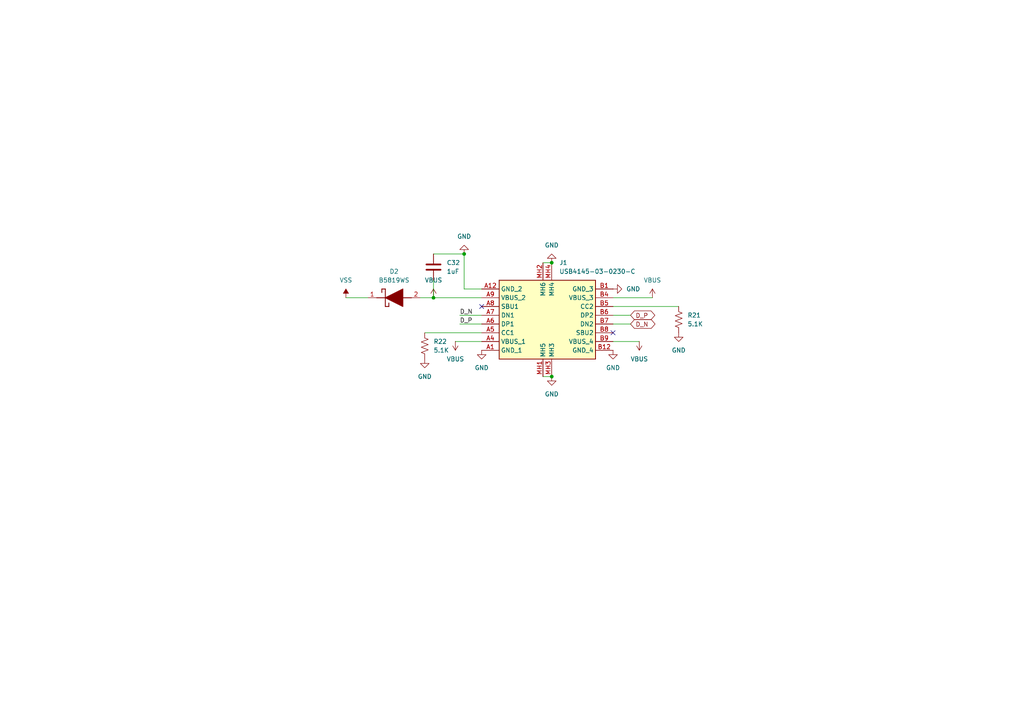
<source format=kicad_sch>
(kicad_sch
	(version 20231120)
	(generator "eeschema")
	(generator_version "8.0")
	(uuid "4394ea08-ffcd-4791-98bc-7bd1b8986527")
	(paper "A4")
	(lib_symbols
		(symbol "B5819WS:B5819WS"
			(pin_names hide)
			(exclude_from_sim no)
			(in_bom yes)
			(on_board yes)
			(property "Reference" "D"
				(at 12.7 8.89 0)
				(effects
					(font
						(size 1.27 1.27)
					)
					(justify left top)
				)
			)
			(property "Value" "B5819WS"
				(at 12.7 6.35 0)
				(effects
					(font
						(size 1.27 1.27)
					)
					(justify left top)
				)
			)
			(property "Footprint" "SOD2613X100N"
				(at 12.7 -93.65 0)
				(effects
					(font
						(size 1.27 1.27)
					)
					(justify left top)
					(hide yes)
				)
			)
			(property "Datasheet" "https://datasheet.lcsc.com/szlcsc/1903051130_MDD-Jiangsu-Yutai-Elec-B5819WS_C64886.pdf"
				(at 12.7 -193.65 0)
				(effects
					(font
						(size 1.27 1.27)
					)
					(justify left top)
					(hide yes)
				)
			)
			(property "Description" "Schottky Barrier Diodes (SBD) SOD-323 RoHS"
				(at 0 0 0)
				(effects
					(font
						(size 1.27 1.27)
					)
					(hide yes)
				)
			)
			(property "Height" "1"
				(at 12.7 -393.65 0)
				(effects
					(font
						(size 1.27 1.27)
					)
					(justify left top)
					(hide yes)
				)
			)
			(property "Manufacturer_Name" "MDD"
				(at 12.7 -493.65 0)
				(effects
					(font
						(size 1.27 1.27)
					)
					(justify left top)
					(hide yes)
				)
			)
			(property "Manufacturer_Part_Number" "B5819WS"
				(at 12.7 -593.65 0)
				(effects
					(font
						(size 1.27 1.27)
					)
					(justify left top)
					(hide yes)
				)
			)
			(property "Mouser Part Number" ""
				(at 12.7 -693.65 0)
				(effects
					(font
						(size 1.27 1.27)
					)
					(justify left top)
					(hide yes)
				)
			)
			(property "Mouser Price/Stock" ""
				(at 12.7 -793.65 0)
				(effects
					(font
						(size 1.27 1.27)
					)
					(justify left top)
					(hide yes)
				)
			)
			(property "Arrow Part Number" ""
				(at 12.7 -893.65 0)
				(effects
					(font
						(size 1.27 1.27)
					)
					(justify left top)
					(hide yes)
				)
			)
			(property "Arrow Price/Stock" ""
				(at 12.7 -993.65 0)
				(effects
					(font
						(size 1.27 1.27)
					)
					(justify left top)
					(hide yes)
				)
			)
			(symbol "B5819WS_1_1"
				(polyline
					(pts
						(xy 5.08 0) (xy 7.62 0)
					)
					(stroke
						(width 0.254)
						(type default)
					)
					(fill
						(type none)
					)
				)
				(polyline
					(pts
						(xy 6.604 -1.524) (xy 6.604 -2.54)
					)
					(stroke
						(width 0.254)
						(type default)
					)
					(fill
						(type none)
					)
				)
				(polyline
					(pts
						(xy 7.62 -2.54) (xy 6.604 -2.54)
					)
					(stroke
						(width 0.254)
						(type default)
					)
					(fill
						(type none)
					)
				)
				(polyline
					(pts
						(xy 7.62 2.54) (xy 7.62 -2.54)
					)
					(stroke
						(width 0.254)
						(type default)
					)
					(fill
						(type none)
					)
				)
				(polyline
					(pts
						(xy 7.62 2.54) (xy 8.636 2.54)
					)
					(stroke
						(width 0.254)
						(type default)
					)
					(fill
						(type none)
					)
				)
				(polyline
					(pts
						(xy 8.636 1.524) (xy 8.636 2.54)
					)
					(stroke
						(width 0.254)
						(type default)
					)
					(fill
						(type none)
					)
				)
				(polyline
					(pts
						(xy 12.7 0) (xy 15.24 0)
					)
					(stroke
						(width 0.254)
						(type default)
					)
					(fill
						(type none)
					)
				)
				(polyline
					(pts
						(xy 7.62 0) (xy 12.7 2.54) (xy 12.7 -2.54) (xy 7.62 0)
					)
					(stroke
						(width 0.254)
						(type default)
					)
					(fill
						(type outline)
					)
				)
				(pin passive line
					(at 2.54 0 0)
					(length 2.54)
					(name "K"
						(effects
							(font
								(size 1.27 1.27)
							)
						)
					)
					(number "1"
						(effects
							(font
								(size 1.27 1.27)
							)
						)
					)
				)
				(pin passive line
					(at 17.78 0 180)
					(length 2.54)
					(name "A"
						(effects
							(font
								(size 1.27 1.27)
							)
						)
					)
					(number "2"
						(effects
							(font
								(size 1.27 1.27)
							)
						)
					)
				)
			)
		)
		(symbol "Device:C"
			(pin_numbers hide)
			(pin_names
				(offset 0.254)
			)
			(exclude_from_sim no)
			(in_bom yes)
			(on_board yes)
			(property "Reference" "C"
				(at 0.635 2.54 0)
				(effects
					(font
						(size 1.27 1.27)
					)
					(justify left)
				)
			)
			(property "Value" "C"
				(at 0.635 -2.54 0)
				(effects
					(font
						(size 1.27 1.27)
					)
					(justify left)
				)
			)
			(property "Footprint" ""
				(at 0.9652 -3.81 0)
				(effects
					(font
						(size 1.27 1.27)
					)
					(hide yes)
				)
			)
			(property "Datasheet" "~"
				(at 0 0 0)
				(effects
					(font
						(size 1.27 1.27)
					)
					(hide yes)
				)
			)
			(property "Description" "Unpolarized capacitor"
				(at 0 0 0)
				(effects
					(font
						(size 1.27 1.27)
					)
					(hide yes)
				)
			)
			(property "ki_keywords" "cap capacitor"
				(at 0 0 0)
				(effects
					(font
						(size 1.27 1.27)
					)
					(hide yes)
				)
			)
			(property "ki_fp_filters" "C_*"
				(at 0 0 0)
				(effects
					(font
						(size 1.27 1.27)
					)
					(hide yes)
				)
			)
			(symbol "C_0_1"
				(polyline
					(pts
						(xy -2.032 -0.762) (xy 2.032 -0.762)
					)
					(stroke
						(width 0.508)
						(type default)
					)
					(fill
						(type none)
					)
				)
				(polyline
					(pts
						(xy -2.032 0.762) (xy 2.032 0.762)
					)
					(stroke
						(width 0.508)
						(type default)
					)
					(fill
						(type none)
					)
				)
			)
			(symbol "C_1_1"
				(pin passive line
					(at 0 3.81 270)
					(length 2.794)
					(name "~"
						(effects
							(font
								(size 1.27 1.27)
							)
						)
					)
					(number "1"
						(effects
							(font
								(size 1.27 1.27)
							)
						)
					)
				)
				(pin passive line
					(at 0 -3.81 90)
					(length 2.794)
					(name "~"
						(effects
							(font
								(size 1.27 1.27)
							)
						)
					)
					(number "2"
						(effects
							(font
								(size 1.27 1.27)
							)
						)
					)
				)
			)
		)
		(symbol "Device:R_US"
			(pin_numbers hide)
			(pin_names
				(offset 0)
			)
			(exclude_from_sim no)
			(in_bom yes)
			(on_board yes)
			(property "Reference" "R"
				(at 2.54 0 90)
				(effects
					(font
						(size 1.27 1.27)
					)
				)
			)
			(property "Value" "R_US"
				(at -2.54 0 90)
				(effects
					(font
						(size 1.27 1.27)
					)
				)
			)
			(property "Footprint" ""
				(at 1.016 -0.254 90)
				(effects
					(font
						(size 1.27 1.27)
					)
					(hide yes)
				)
			)
			(property "Datasheet" "~"
				(at 0 0 0)
				(effects
					(font
						(size 1.27 1.27)
					)
					(hide yes)
				)
			)
			(property "Description" "Resistor, US symbol"
				(at 0 0 0)
				(effects
					(font
						(size 1.27 1.27)
					)
					(hide yes)
				)
			)
			(property "ki_keywords" "R res resistor"
				(at 0 0 0)
				(effects
					(font
						(size 1.27 1.27)
					)
					(hide yes)
				)
			)
			(property "ki_fp_filters" "R_*"
				(at 0 0 0)
				(effects
					(font
						(size 1.27 1.27)
					)
					(hide yes)
				)
			)
			(symbol "R_US_0_1"
				(polyline
					(pts
						(xy 0 -2.286) (xy 0 -2.54)
					)
					(stroke
						(width 0)
						(type default)
					)
					(fill
						(type none)
					)
				)
				(polyline
					(pts
						(xy 0 2.286) (xy 0 2.54)
					)
					(stroke
						(width 0)
						(type default)
					)
					(fill
						(type none)
					)
				)
				(polyline
					(pts
						(xy 0 -0.762) (xy 1.016 -1.143) (xy 0 -1.524) (xy -1.016 -1.905) (xy 0 -2.286)
					)
					(stroke
						(width 0)
						(type default)
					)
					(fill
						(type none)
					)
				)
				(polyline
					(pts
						(xy 0 0.762) (xy 1.016 0.381) (xy 0 0) (xy -1.016 -0.381) (xy 0 -0.762)
					)
					(stroke
						(width 0)
						(type default)
					)
					(fill
						(type none)
					)
				)
				(polyline
					(pts
						(xy 0 2.286) (xy 1.016 1.905) (xy 0 1.524) (xy -1.016 1.143) (xy 0 0.762)
					)
					(stroke
						(width 0)
						(type default)
					)
					(fill
						(type none)
					)
				)
			)
			(symbol "R_US_1_1"
				(pin passive line
					(at 0 3.81 270)
					(length 1.27)
					(name "~"
						(effects
							(font
								(size 1.27 1.27)
							)
						)
					)
					(number "1"
						(effects
							(font
								(size 1.27 1.27)
							)
						)
					)
				)
				(pin passive line
					(at 0 -3.81 90)
					(length 1.27)
					(name "~"
						(effects
							(font
								(size 1.27 1.27)
							)
						)
					)
					(number "2"
						(effects
							(font
								(size 1.27 1.27)
							)
						)
					)
				)
			)
		)
		(symbol "USB4145-03-0230-C:USB4145-03-0230-C"
			(exclude_from_sim no)
			(in_bom yes)
			(on_board yes)
			(property "Reference" "J"
				(at 29.21 17.78 0)
				(effects
					(font
						(size 1.27 1.27)
					)
					(justify left top)
				)
			)
			(property "Value" "USB4145-03-0230-C"
				(at 29.21 15.24 0)
				(effects
					(font
						(size 1.27 1.27)
					)
					(justify left top)
				)
			)
			(property "Footprint" "USB4145030230C"
				(at 29.21 -84.76 0)
				(effects
					(font
						(size 1.27 1.27)
					)
					(justify left top)
					(hide yes)
				)
			)
			(property "Datasheet" "https://gct.co/newark/connector/USB4145"
				(at 29.21 -184.76 0)
				(effects
					(font
						(size 1.27 1.27)
					)
					(justify left top)
					(hide yes)
				)
			)
			(property "Description" "USB Connectors USB-C Rec 3u\" Vert 16P SMT 2.3mm TH stakes H7.46mm T+R+Cap"
				(at 0 0 0)
				(effects
					(font
						(size 1.27 1.27)
					)
					(hide yes)
				)
			)
			(property "Height" "7.66"
				(at 29.21 -384.76 0)
				(effects
					(font
						(size 1.27 1.27)
					)
					(justify left top)
					(hide yes)
				)
			)
			(property "Manufacturer_Name" "GCT (GLOBAL CONNECTOR TECHNOLOGY)"
				(at 29.21 -484.76 0)
				(effects
					(font
						(size 1.27 1.27)
					)
					(justify left top)
					(hide yes)
				)
			)
			(property "Manufacturer_Part_Number" "USB4145-03-0230-C"
				(at 29.21 -584.76 0)
				(effects
					(font
						(size 1.27 1.27)
					)
					(justify left top)
					(hide yes)
				)
			)
			(property "Mouser Part Number" "640-USB4145-3-0230-C"
				(at 29.21 -684.76 0)
				(effects
					(font
						(size 1.27 1.27)
					)
					(justify left top)
					(hide yes)
				)
			)
			(property "Mouser Price/Stock" "https://www.mouser.co.uk/ProductDetail/GCT/USB4145-03-0230-C?qs=vvQtp7zwQdObw3D6iVsXIA%3D%3D"
				(at 29.21 -784.76 0)
				(effects
					(font
						(size 1.27 1.27)
					)
					(justify left top)
					(hide yes)
				)
			)
			(property "Arrow Part Number" ""
				(at 29.21 -884.76 0)
				(effects
					(font
						(size 1.27 1.27)
					)
					(justify left top)
					(hide yes)
				)
			)
			(property "Arrow Price/Stock" ""
				(at 29.21 -984.76 0)
				(effects
					(font
						(size 1.27 1.27)
					)
					(justify left top)
					(hide yes)
				)
			)
			(symbol "USB4145-03-0230-C_1_1"
				(rectangle
					(start 5.08 12.7)
					(end 27.94 -15.24)
					(stroke
						(width 0.254)
						(type default)
					)
					(fill
						(type background)
					)
				)
				(pin passive line
					(at 7.62 17.78 270)
					(length 5.08)
					(name "GND_1"
						(effects
							(font
								(size 1.27 1.27)
							)
						)
					)
					(number "A1"
						(effects
							(font
								(size 1.27 1.27)
							)
						)
					)
				)
				(pin passive line
					(at 25.4 17.78 270)
					(length 5.08)
					(name "GND_2"
						(effects
							(font
								(size 1.27 1.27)
							)
						)
					)
					(number "A12"
						(effects
							(font
								(size 1.27 1.27)
							)
						)
					)
				)
				(pin passive line
					(at 10.16 17.78 270)
					(length 5.08)
					(name "VBUS_1"
						(effects
							(font
								(size 1.27 1.27)
							)
						)
					)
					(number "A4"
						(effects
							(font
								(size 1.27 1.27)
							)
						)
					)
				)
				(pin passive line
					(at 12.7 17.78 270)
					(length 5.08)
					(name "CC1"
						(effects
							(font
								(size 1.27 1.27)
							)
						)
					)
					(number "A5"
						(effects
							(font
								(size 1.27 1.27)
							)
						)
					)
				)
				(pin passive line
					(at 15.24 17.78 270)
					(length 5.08)
					(name "DP1"
						(effects
							(font
								(size 1.27 1.27)
							)
						)
					)
					(number "A6"
						(effects
							(font
								(size 1.27 1.27)
							)
						)
					)
				)
				(pin passive line
					(at 17.78 17.78 270)
					(length 5.08)
					(name "DN1"
						(effects
							(font
								(size 1.27 1.27)
							)
						)
					)
					(number "A7"
						(effects
							(font
								(size 1.27 1.27)
							)
						)
					)
				)
				(pin passive line
					(at 20.32 17.78 270)
					(length 5.08)
					(name "SBU1"
						(effects
							(font
								(size 1.27 1.27)
							)
						)
					)
					(number "A8"
						(effects
							(font
								(size 1.27 1.27)
							)
						)
					)
				)
				(pin passive line
					(at 22.86 17.78 270)
					(length 5.08)
					(name "VBUS_2"
						(effects
							(font
								(size 1.27 1.27)
							)
						)
					)
					(number "A9"
						(effects
							(font
								(size 1.27 1.27)
							)
						)
					)
				)
				(pin passive line
					(at 25.4 -20.32 90)
					(length 5.08)
					(name "GND_3"
						(effects
							(font
								(size 1.27 1.27)
							)
						)
					)
					(number "B1"
						(effects
							(font
								(size 1.27 1.27)
							)
						)
					)
				)
				(pin passive line
					(at 7.62 -20.32 90)
					(length 5.08)
					(name "GND_4"
						(effects
							(font
								(size 1.27 1.27)
							)
						)
					)
					(number "B12"
						(effects
							(font
								(size 1.27 1.27)
							)
						)
					)
				)
				(pin passive line
					(at 22.86 -20.32 90)
					(length 5.08)
					(name "VBUS_3"
						(effects
							(font
								(size 1.27 1.27)
							)
						)
					)
					(number "B4"
						(effects
							(font
								(size 1.27 1.27)
							)
						)
					)
				)
				(pin passive line
					(at 20.32 -20.32 90)
					(length 5.08)
					(name "CC2"
						(effects
							(font
								(size 1.27 1.27)
							)
						)
					)
					(number "B5"
						(effects
							(font
								(size 1.27 1.27)
							)
						)
					)
				)
				(pin passive line
					(at 17.78 -20.32 90)
					(length 5.08)
					(name "DP2"
						(effects
							(font
								(size 1.27 1.27)
							)
						)
					)
					(number "B6"
						(effects
							(font
								(size 1.27 1.27)
							)
						)
					)
				)
				(pin passive line
					(at 15.24 -20.32 90)
					(length 5.08)
					(name "DN2"
						(effects
							(font
								(size 1.27 1.27)
							)
						)
					)
					(number "B7"
						(effects
							(font
								(size 1.27 1.27)
							)
						)
					)
				)
				(pin passive line
					(at 12.7 -20.32 90)
					(length 5.08)
					(name "SBU2"
						(effects
							(font
								(size 1.27 1.27)
							)
						)
					)
					(number "B8"
						(effects
							(font
								(size 1.27 1.27)
							)
						)
					)
				)
				(pin passive line
					(at 10.16 -20.32 90)
					(length 5.08)
					(name "VBUS_4"
						(effects
							(font
								(size 1.27 1.27)
							)
						)
					)
					(number "B9"
						(effects
							(font
								(size 1.27 1.27)
							)
						)
					)
				)
				(pin passive line
					(at 0 0 0)
					(length 5.08)
					(name "MH5"
						(effects
							(font
								(size 1.27 1.27)
							)
						)
					)
					(number "MH1"
						(effects
							(font
								(size 1.27 1.27)
							)
						)
					)
				)
				(pin passive line
					(at 33.02 0 180)
					(length 5.08)
					(name "MH6"
						(effects
							(font
								(size 1.27 1.27)
							)
						)
					)
					(number "MH2"
						(effects
							(font
								(size 1.27 1.27)
							)
						)
					)
				)
				(pin passive line
					(at 0 -2.54 0)
					(length 5.08)
					(name "MH3"
						(effects
							(font
								(size 1.27 1.27)
							)
						)
					)
					(number "MH3"
						(effects
							(font
								(size 1.27 1.27)
							)
						)
					)
				)
				(pin passive line
					(at 33.02 -2.54 180)
					(length 5.08)
					(name "MH4"
						(effects
							(font
								(size 1.27 1.27)
							)
						)
					)
					(number "MH4"
						(effects
							(font
								(size 1.27 1.27)
							)
						)
					)
				)
			)
		)
		(symbol "power:GND"
			(power)
			(pin_numbers hide)
			(pin_names
				(offset 0) hide)
			(exclude_from_sim no)
			(in_bom yes)
			(on_board yes)
			(property "Reference" "#PWR"
				(at 0 -6.35 0)
				(effects
					(font
						(size 1.27 1.27)
					)
					(hide yes)
				)
			)
			(property "Value" "GND"
				(at 0 -3.81 0)
				(effects
					(font
						(size 1.27 1.27)
					)
				)
			)
			(property "Footprint" ""
				(at 0 0 0)
				(effects
					(font
						(size 1.27 1.27)
					)
					(hide yes)
				)
			)
			(property "Datasheet" ""
				(at 0 0 0)
				(effects
					(font
						(size 1.27 1.27)
					)
					(hide yes)
				)
			)
			(property "Description" "Power symbol creates a global label with name \"GND\" , ground"
				(at 0 0 0)
				(effects
					(font
						(size 1.27 1.27)
					)
					(hide yes)
				)
			)
			(property "ki_keywords" "global power"
				(at 0 0 0)
				(effects
					(font
						(size 1.27 1.27)
					)
					(hide yes)
				)
			)
			(symbol "GND_0_1"
				(polyline
					(pts
						(xy 0 0) (xy 0 -1.27) (xy 1.27 -1.27) (xy 0 -2.54) (xy -1.27 -1.27) (xy 0 -1.27)
					)
					(stroke
						(width 0)
						(type default)
					)
					(fill
						(type none)
					)
				)
			)
			(symbol "GND_1_1"
				(pin power_in line
					(at 0 0 270)
					(length 0)
					(name "~"
						(effects
							(font
								(size 1.27 1.27)
							)
						)
					)
					(number "1"
						(effects
							(font
								(size 1.27 1.27)
							)
						)
					)
				)
			)
		)
		(symbol "power:VBUS"
			(power)
			(pin_numbers hide)
			(pin_names
				(offset 0) hide)
			(exclude_from_sim no)
			(in_bom yes)
			(on_board yes)
			(property "Reference" "#PWR"
				(at 0 -3.81 0)
				(effects
					(font
						(size 1.27 1.27)
					)
					(hide yes)
				)
			)
			(property "Value" "VBUS"
				(at 0 3.556 0)
				(effects
					(font
						(size 1.27 1.27)
					)
				)
			)
			(property "Footprint" ""
				(at 0 0 0)
				(effects
					(font
						(size 1.27 1.27)
					)
					(hide yes)
				)
			)
			(property "Datasheet" ""
				(at 0 0 0)
				(effects
					(font
						(size 1.27 1.27)
					)
					(hide yes)
				)
			)
			(property "Description" "Power symbol creates a global label with name \"VBUS\""
				(at 0 0 0)
				(effects
					(font
						(size 1.27 1.27)
					)
					(hide yes)
				)
			)
			(property "ki_keywords" "global power"
				(at 0 0 0)
				(effects
					(font
						(size 1.27 1.27)
					)
					(hide yes)
				)
			)
			(symbol "VBUS_0_1"
				(polyline
					(pts
						(xy -0.762 1.27) (xy 0 2.54)
					)
					(stroke
						(width 0)
						(type default)
					)
					(fill
						(type none)
					)
				)
				(polyline
					(pts
						(xy 0 0) (xy 0 2.54)
					)
					(stroke
						(width 0)
						(type default)
					)
					(fill
						(type none)
					)
				)
				(polyline
					(pts
						(xy 0 2.54) (xy 0.762 1.27)
					)
					(stroke
						(width 0)
						(type default)
					)
					(fill
						(type none)
					)
				)
			)
			(symbol "VBUS_1_1"
				(pin power_in line
					(at 0 0 90)
					(length 0)
					(name "~"
						(effects
							(font
								(size 1.27 1.27)
							)
						)
					)
					(number "1"
						(effects
							(font
								(size 1.27 1.27)
							)
						)
					)
				)
			)
		)
		(symbol "power:VSS"
			(power)
			(pin_numbers hide)
			(pin_names
				(offset 0) hide)
			(exclude_from_sim no)
			(in_bom yes)
			(on_board yes)
			(property "Reference" "#PWR"
				(at 0 -3.81 0)
				(effects
					(font
						(size 1.27 1.27)
					)
					(hide yes)
				)
			)
			(property "Value" "VSS"
				(at 0 3.556 0)
				(effects
					(font
						(size 1.27 1.27)
					)
				)
			)
			(property "Footprint" ""
				(at 0 0 0)
				(effects
					(font
						(size 1.27 1.27)
					)
					(hide yes)
				)
			)
			(property "Datasheet" ""
				(at 0 0 0)
				(effects
					(font
						(size 1.27 1.27)
					)
					(hide yes)
				)
			)
			(property "Description" "Power symbol creates a global label with name \"VSS\""
				(at 0 0 0)
				(effects
					(font
						(size 1.27 1.27)
					)
					(hide yes)
				)
			)
			(property "ki_keywords" "global power"
				(at 0 0 0)
				(effects
					(font
						(size 1.27 1.27)
					)
					(hide yes)
				)
			)
			(symbol "VSS_0_1"
				(polyline
					(pts
						(xy 0 0) (xy 0 2.54)
					)
					(stroke
						(width 0)
						(type default)
					)
					(fill
						(type none)
					)
				)
				(polyline
					(pts
						(xy 0.762 1.27) (xy -0.762 1.27) (xy 0 2.54) (xy 0.762 1.27)
					)
					(stroke
						(width 0)
						(type default)
					)
					(fill
						(type outline)
					)
				)
			)
			(symbol "VSS_1_1"
				(pin power_in line
					(at 0 0 90)
					(length 0)
					(name "~"
						(effects
							(font
								(size 1.27 1.27)
							)
						)
					)
					(number "1"
						(effects
							(font
								(size 1.27 1.27)
							)
						)
					)
				)
			)
		)
	)
	(junction
		(at 125.73 86.36)
		(diameter 0)
		(color 0 0 0 0)
		(uuid "4ed23711-1d75-4207-8741-d9e2ae14bad9")
	)
	(junction
		(at 160.02 76.2)
		(diameter 0)
		(color 0 0 0 0)
		(uuid "9700bb97-2ea9-4e88-870a-28aa8dd6e573")
	)
	(junction
		(at 160.02 109.22)
		(diameter 0)
		(color 0 0 0 0)
		(uuid "a51871a1-0f86-4146-8ba7-038634c9e130")
	)
	(junction
		(at 134.62 73.66)
		(diameter 0)
		(color 0 0 0 0)
		(uuid "bf379906-bbfe-4c7c-801b-6ed6e8154a2f")
	)
	(no_connect
		(at 177.8 96.52)
		(uuid "c533c149-d5f2-4ed7-8e25-bb2267734586")
	)
	(no_connect
		(at 139.7 88.9)
		(uuid "ea1beafd-33ef-44fd-b73b-5bb00881b070")
	)
	(wire
		(pts
			(xy 177.8 88.9) (xy 196.85 88.9)
		)
		(stroke
			(width 0)
			(type default)
		)
		(uuid "160cffee-7dd5-4b2d-8f92-763cba62a8ec")
	)
	(wire
		(pts
			(xy 125.73 73.66) (xy 134.62 73.66)
		)
		(stroke
			(width 0)
			(type default)
		)
		(uuid "275f5203-0c14-49a5-aa58-f689df6d8bcd")
	)
	(wire
		(pts
			(xy 157.48 109.22) (xy 160.02 109.22)
		)
		(stroke
			(width 0)
			(type default)
		)
		(uuid "27be2b2f-f80d-48ac-b7e4-0ae793478cac")
	)
	(wire
		(pts
			(xy 134.62 83.82) (xy 134.62 73.66)
		)
		(stroke
			(width 0)
			(type default)
		)
		(uuid "2b617137-4642-4bbf-b218-e806192e8341")
	)
	(wire
		(pts
			(xy 125.73 86.36) (xy 125.73 81.28)
		)
		(stroke
			(width 0)
			(type default)
		)
		(uuid "2dd6c54b-4c35-4210-a849-9cc8a6b48c02")
	)
	(wire
		(pts
			(xy 139.7 83.82) (xy 134.62 83.82)
		)
		(stroke
			(width 0)
			(type default)
		)
		(uuid "36c709b3-856a-4c98-817c-26a358d3071e")
	)
	(wire
		(pts
			(xy 100.33 86.36) (xy 106.68 86.36)
		)
		(stroke
			(width 0)
			(type default)
		)
		(uuid "5b6d62f5-36b9-4b80-b2e1-9c84fd2535a3")
	)
	(wire
		(pts
			(xy 133.35 93.98) (xy 139.7 93.98)
		)
		(stroke
			(width 0)
			(type default)
		)
		(uuid "5b8f6d42-73f4-46c3-afbd-54a3c643ea5a")
	)
	(wire
		(pts
			(xy 139.7 99.06) (xy 132.08 99.06)
		)
		(stroke
			(width 0)
			(type default)
		)
		(uuid "803c9f3b-c37d-4497-a408-29fa67578fe9")
	)
	(wire
		(pts
			(xy 123.19 96.52) (xy 139.7 96.52)
		)
		(stroke
			(width 0)
			(type default)
		)
		(uuid "96a2c872-f516-47b9-a00b-b32657dd54d5")
	)
	(wire
		(pts
			(xy 177.8 86.36) (xy 189.23 86.36)
		)
		(stroke
			(width 0)
			(type default)
		)
		(uuid "99e201d9-b696-4a1e-8122-42086b8a9a97")
	)
	(wire
		(pts
			(xy 182.88 91.44) (xy 177.8 91.44)
		)
		(stroke
			(width 0)
			(type default)
		)
		(uuid "a04233c8-77e3-4081-9a75-813e99679a52")
	)
	(wire
		(pts
			(xy 121.92 86.36) (xy 125.73 86.36)
		)
		(stroke
			(width 0)
			(type default)
		)
		(uuid "a70ed668-5b2f-460b-96f9-d4bfffcb0964")
	)
	(wire
		(pts
			(xy 185.42 99.06) (xy 177.8 99.06)
		)
		(stroke
			(width 0)
			(type default)
		)
		(uuid "b6161b5a-97ac-4ed5-835a-5344bfe3f658")
	)
	(wire
		(pts
			(xy 157.48 76.2) (xy 160.02 76.2)
		)
		(stroke
			(width 0)
			(type default)
		)
		(uuid "bdef2d87-d0e6-4681-bb2a-6c2e2a855d83")
	)
	(wire
		(pts
			(xy 125.73 86.36) (xy 139.7 86.36)
		)
		(stroke
			(width 0)
			(type default)
		)
		(uuid "c87804f7-ea3b-4d4e-9b98-4e9be00aadbf")
	)
	(wire
		(pts
			(xy 133.35 91.44) (xy 139.7 91.44)
		)
		(stroke
			(width 0)
			(type default)
		)
		(uuid "da47f938-0509-4da8-9dff-006602c0dc4a")
	)
	(wire
		(pts
			(xy 177.8 93.98) (xy 182.88 93.98)
		)
		(stroke
			(width 0)
			(type default)
		)
		(uuid "e2111900-0008-4dc0-a476-323a91d213e1")
	)
	(label "D_N"
		(at 133.35 91.44 0)
		(fields_autoplaced yes)
		(effects
			(font
				(size 1.27 1.27)
			)
			(justify left bottom)
		)
		(uuid "2f1ae800-cb54-43df-b76d-7b18b771dce9")
	)
	(label "D_P"
		(at 133.35 93.98 0)
		(fields_autoplaced yes)
		(effects
			(font
				(size 1.27 1.27)
			)
			(justify left bottom)
		)
		(uuid "9748fcc6-1fae-4a92-9f39-215207ee31bd")
	)
	(global_label "D_P"
		(shape bidirectional)
		(at 182.88 91.44 0)
		(fields_autoplaced yes)
		(effects
			(font
				(size 1.27 1.27)
			)
			(justify left)
		)
		(uuid "7f6f8e47-61e8-430b-867b-75802f132c67")
		(property "Intersheetrefs" "${INTERSHEET_REFS}"
			(at 190.4841 91.44 0)
			(effects
				(font
					(size 1.27 1.27)
				)
				(justify left)
				(hide yes)
			)
		)
	)
	(global_label "D_N"
		(shape bidirectional)
		(at 182.88 93.98 0)
		(fields_autoplaced yes)
		(effects
			(font
				(size 1.27 1.27)
			)
			(justify left)
		)
		(uuid "a96197c2-da9f-4576-8d5d-1dfc3cc88970")
		(property "Intersheetrefs" "${INTERSHEET_REFS}"
			(at 190.5446 93.98 0)
			(effects
				(font
					(size 1.27 1.27)
				)
				(justify left)
				(hide yes)
			)
		)
	)
	(symbol
		(lib_id "power:VBUS")
		(at 189.23 86.36 0)
		(unit 1)
		(exclude_from_sim no)
		(in_bom yes)
		(on_board yes)
		(dnp no)
		(fields_autoplaced yes)
		(uuid "03ed22df-eeaf-4edc-91c8-f35c2c9d79b7")
		(property "Reference" "#PWR061"
			(at 189.23 90.17 0)
			(effects
				(font
					(size 1.27 1.27)
				)
				(hide yes)
			)
		)
		(property "Value" "VBUS"
			(at 189.23 81.28 0)
			(effects
				(font
					(size 1.27 1.27)
				)
			)
		)
		(property "Footprint" ""
			(at 189.23 86.36 0)
			(effects
				(font
					(size 1.27 1.27)
				)
				(hide yes)
			)
		)
		(property "Datasheet" ""
			(at 189.23 86.36 0)
			(effects
				(font
					(size 1.27 1.27)
				)
				(hide yes)
			)
		)
		(property "Description" "Power symbol creates a global label with name \"VBUS\""
			(at 189.23 86.36 0)
			(effects
				(font
					(size 1.27 1.27)
				)
				(hide yes)
			)
		)
		(pin "1"
			(uuid "bc142aff-09f4-4c32-a22c-205646ec1e21")
		)
		(instances
			(project ""
				(path "/e4d3289e-0ccf-4dc8-988c-0c08b099df28/a2a44a57-4e17-47f8-9b1b-8873705ce893"
					(reference "#PWR061")
					(unit 1)
				)
			)
		)
	)
	(symbol
		(lib_id "power:GND")
		(at 196.85 96.52 0)
		(unit 1)
		(exclude_from_sim no)
		(in_bom yes)
		(on_board yes)
		(dnp no)
		(fields_autoplaced yes)
		(uuid "123de7c4-3d67-4c47-ad87-8ee3d43e0ed3")
		(property "Reference" "#PWR041"
			(at 196.85 102.87 0)
			(effects
				(font
					(size 1.27 1.27)
				)
				(hide yes)
			)
		)
		(property "Value" "GND"
			(at 196.85 101.6 0)
			(effects
				(font
					(size 1.27 1.27)
				)
			)
		)
		(property "Footprint" ""
			(at 196.85 96.52 0)
			(effects
				(font
					(size 1.27 1.27)
				)
				(hide yes)
			)
		)
		(property "Datasheet" ""
			(at 196.85 96.52 0)
			(effects
				(font
					(size 1.27 1.27)
				)
				(hide yes)
			)
		)
		(property "Description" "Power symbol creates a global label with name \"GND\" , ground"
			(at 196.85 96.52 0)
			(effects
				(font
					(size 1.27 1.27)
				)
				(hide yes)
			)
		)
		(pin "1"
			(uuid "b7183cf8-fae4-4e02-8b28-9bb163ac347b")
		)
		(instances
			(project ""
				(path "/e4d3289e-0ccf-4dc8-988c-0c08b099df28/a2a44a57-4e17-47f8-9b1b-8873705ce893"
					(reference "#PWR041")
					(unit 1)
				)
			)
		)
	)
	(symbol
		(lib_id "power:VBUS")
		(at 125.73 86.36 0)
		(unit 1)
		(exclude_from_sim no)
		(in_bom yes)
		(on_board yes)
		(dnp no)
		(fields_autoplaced yes)
		(uuid "401132c6-b6f4-4a9f-817e-bfd0124e4cc5")
		(property "Reference" "#PWR037"
			(at 125.73 90.17 0)
			(effects
				(font
					(size 1.27 1.27)
				)
				(hide yes)
			)
		)
		(property "Value" "VBUS"
			(at 125.73 81.28 0)
			(effects
				(font
					(size 1.27 1.27)
				)
			)
		)
		(property "Footprint" ""
			(at 125.73 86.36 0)
			(effects
				(font
					(size 1.27 1.27)
				)
				(hide yes)
			)
		)
		(property "Datasheet" ""
			(at 125.73 86.36 0)
			(effects
				(font
					(size 1.27 1.27)
				)
				(hide yes)
			)
		)
		(property "Description" "Power symbol creates a global label with name \"VBUS\""
			(at 125.73 86.36 0)
			(effects
				(font
					(size 1.27 1.27)
				)
				(hide yes)
			)
		)
		(pin "1"
			(uuid "704ee0f8-117d-477a-b4e3-cceb3b6b0291")
		)
		(instances
			(project ""
				(path "/e4d3289e-0ccf-4dc8-988c-0c08b099df28/a2a44a57-4e17-47f8-9b1b-8873705ce893"
					(reference "#PWR037")
					(unit 1)
				)
			)
		)
	)
	(symbol
		(lib_id "USB4145-03-0230-C:USB4145-03-0230-C")
		(at 157.48 109.22 90)
		(unit 1)
		(exclude_from_sim no)
		(in_bom yes)
		(on_board yes)
		(dnp no)
		(fields_autoplaced yes)
		(uuid "453038ac-98a7-4774-8db7-e5b799fb87c5")
		(property "Reference" "J1"
			(at 162.2141 76.2 90)
			(effects
				(font
					(size 1.27 1.27)
				)
				(justify right)
			)
		)
		(property "Value" "USB4145-03-0230-C"
			(at 162.2141 78.74 90)
			(effects
				(font
					(size 1.27 1.27)
				)
				(justify right)
			)
		)
		(property "Footprint" "USB4145030230C"
			(at 242.24 80.01 0)
			(effects
				(font
					(size 1.27 1.27)
				)
				(justify left top)
				(hide yes)
			)
		)
		(property "Datasheet" "https://gct.co/newark/connector/USB4145"
			(at 342.24 80.01 0)
			(effects
				(font
					(size 1.27 1.27)
				)
				(justify left top)
				(hide yes)
			)
		)
		(property "Description" "USB Connectors USB-C Rec 3u\" Vert 16P SMT 2.3mm TH stakes H7.46mm T+R+Cap"
			(at 157.48 109.22 0)
			(effects
				(font
					(size 1.27 1.27)
				)
				(hide yes)
			)
		)
		(property "Height" "7.66"
			(at 542.24 80.01 0)
			(effects
				(font
					(size 1.27 1.27)
				)
				(justify left top)
				(hide yes)
			)
		)
		(property "Manufacturer_Name" "GCT (GLOBAL CONNECTOR TECHNOLOGY)"
			(at 642.24 80.01 0)
			(effects
				(font
					(size 1.27 1.27)
				)
				(justify left top)
				(hide yes)
			)
		)
		(property "Manufacturer_Part_Number" "USB4145-03-0230-C"
			(at 742.24 80.01 0)
			(effects
				(font
					(size 1.27 1.27)
				)
				(justify left top)
				(hide yes)
			)
		)
		(property "Mouser Part Number" "640-USB4145-3-0230-C"
			(at 842.24 80.01 0)
			(effects
				(font
					(size 1.27 1.27)
				)
				(justify left top)
				(hide yes)
			)
		)
		(property "Mouser Price/Stock" "https://www.mouser.co.uk/ProductDetail/GCT/USB4145-03-0230-C?qs=vvQtp7zwQdObw3D6iVsXIA%3D%3D"
			(at 942.24 80.01 0)
			(effects
				(font
					(size 1.27 1.27)
				)
				(justify left top)
				(hide yes)
			)
		)
		(property "Arrow Part Number" ""
			(at 1042.24 80.01 0)
			(effects
				(font
					(size 1.27 1.27)
				)
				(justify left top)
				(hide yes)
			)
		)
		(property "Arrow Price/Stock" ""
			(at 1142.24 80.01 0)
			(effects
				(font
					(size 1.27 1.27)
				)
				(justify left top)
				(hide yes)
			)
		)
		(pin "B4"
			(uuid "9e61af0d-90ab-4b2b-a84d-843a3048eaea")
		)
		(pin "A9"
			(uuid "1e817e54-35c4-4626-900a-25e33e95dde9")
		)
		(pin "MH2"
			(uuid "05675ad1-98c8-44ba-ad4f-08bce56aee34")
		)
		(pin "A5"
			(uuid "47030ca6-7e78-4313-8dfb-abb5acedc925")
		)
		(pin "A6"
			(uuid "68af51eb-7811-4548-8b52-c6d552cc2ca5")
		)
		(pin "B5"
			(uuid "be57899c-35e0-40fe-9012-a9c0b64a13ec")
		)
		(pin "A7"
			(uuid "b74098a1-57d7-4170-828c-7068038b7d2f")
		)
		(pin "B7"
			(uuid "b29abb23-ba08-4c9c-807f-89e53fbd7025")
		)
		(pin "MH3"
			(uuid "ebda3abc-7607-41e8-895b-4f0de4794f37")
		)
		(pin "A4"
			(uuid "68a80997-3cdf-4421-874d-0e35a2fffef7")
		)
		(pin "MH4"
			(uuid "bb6091bb-6d6a-4d9b-b85f-d022e9721772")
		)
		(pin "A1"
			(uuid "9e0aad82-383d-4f80-b1af-dec6c8dd4b91")
		)
		(pin "MH1"
			(uuid "f25bfaf7-579f-4d86-b183-880da56c45d3")
		)
		(pin "B9"
			(uuid "9eba87b8-724c-47ca-80bb-4082edd30e4f")
		)
		(pin "B1"
			(uuid "5884b955-1f37-48b4-87ca-54b0baed1c6c")
		)
		(pin "A12"
			(uuid "54ed8776-c14e-4a6a-a6fc-340a98467d69")
		)
		(pin "B6"
			(uuid "4bb50cb3-5130-43f6-9eab-44accf2a7c88")
		)
		(pin "B8"
			(uuid "089b6919-a38a-4499-b92d-054992b991fa")
		)
		(pin "A8"
			(uuid "10907476-46bb-45c8-89fb-3c89bc2a4c1f")
		)
		(pin "B12"
			(uuid "620bd09f-f9d6-41b9-b134-461932214b5c")
		)
		(instances
			(project ""
				(path "/e4d3289e-0ccf-4dc8-988c-0c08b099df28/a2a44a57-4e17-47f8-9b1b-8873705ce893"
					(reference "J1")
					(unit 1)
				)
			)
		)
	)
	(symbol
		(lib_id "power:GND")
		(at 134.62 73.66 180)
		(unit 1)
		(exclude_from_sim no)
		(in_bom yes)
		(on_board yes)
		(dnp no)
		(fields_autoplaced yes)
		(uuid "4a4d3ed8-c275-4f74-92a5-02bd6d64fee5")
		(property "Reference" "#PWR040"
			(at 134.62 67.31 0)
			(effects
				(font
					(size 1.27 1.27)
				)
				(hide yes)
			)
		)
		(property "Value" "GND"
			(at 134.62 68.58 0)
			(effects
				(font
					(size 1.27 1.27)
				)
			)
		)
		(property "Footprint" ""
			(at 134.62 73.66 0)
			(effects
				(font
					(size 1.27 1.27)
				)
				(hide yes)
			)
		)
		(property "Datasheet" ""
			(at 134.62 73.66 0)
			(effects
				(font
					(size 1.27 1.27)
				)
				(hide yes)
			)
		)
		(property "Description" "Power symbol creates a global label with name \"GND\" , ground"
			(at 134.62 73.66 0)
			(effects
				(font
					(size 1.27 1.27)
				)
				(hide yes)
			)
		)
		(pin "1"
			(uuid "aaff8c7c-d3f0-46e0-884c-fd05698765dc")
		)
		(instances
			(project ""
				(path "/e4d3289e-0ccf-4dc8-988c-0c08b099df28/a2a44a57-4e17-47f8-9b1b-8873705ce893"
					(reference "#PWR040")
					(unit 1)
				)
			)
		)
	)
	(symbol
		(lib_id "power:GND")
		(at 177.8 83.82 90)
		(unit 1)
		(exclude_from_sim no)
		(in_bom yes)
		(on_board yes)
		(dnp no)
		(fields_autoplaced yes)
		(uuid "4fa58107-33f1-4e7a-b9b3-95df83f3cc0e")
		(property "Reference" "#PWR043"
			(at 184.15 83.82 0)
			(effects
				(font
					(size 1.27 1.27)
				)
				(hide yes)
			)
		)
		(property "Value" "GND"
			(at 181.61 83.8199 90)
			(effects
				(font
					(size 1.27 1.27)
				)
				(justify right)
			)
		)
		(property "Footprint" ""
			(at 177.8 83.82 0)
			(effects
				(font
					(size 1.27 1.27)
				)
				(hide yes)
			)
		)
		(property "Datasheet" ""
			(at 177.8 83.82 0)
			(effects
				(font
					(size 1.27 1.27)
				)
				(hide yes)
			)
		)
		(property "Description" "Power symbol creates a global label with name \"GND\" , ground"
			(at 177.8 83.82 0)
			(effects
				(font
					(size 1.27 1.27)
				)
				(hide yes)
			)
		)
		(pin "1"
			(uuid "131b9a99-3d8b-4154-879b-e4b95693a6d8")
		)
		(instances
			(project ""
				(path "/e4d3289e-0ccf-4dc8-988c-0c08b099df28/a2a44a57-4e17-47f8-9b1b-8873705ce893"
					(reference "#PWR043")
					(unit 1)
				)
			)
		)
	)
	(symbol
		(lib_id "power:VBUS")
		(at 132.08 99.06 0)
		(mirror x)
		(unit 1)
		(exclude_from_sim no)
		(in_bom yes)
		(on_board yes)
		(dnp no)
		(fields_autoplaced yes)
		(uuid "5bcdbc36-9c43-434f-8172-63cf96016b70")
		(property "Reference" "#PWR039"
			(at 132.08 95.25 0)
			(effects
				(font
					(size 1.27 1.27)
				)
				(hide yes)
			)
		)
		(property "Value" "VBUS"
			(at 132.08 104.14 0)
			(effects
				(font
					(size 1.27 1.27)
				)
			)
		)
		(property "Footprint" ""
			(at 132.08 99.06 0)
			(effects
				(font
					(size 1.27 1.27)
				)
				(hide yes)
			)
		)
		(property "Datasheet" ""
			(at 132.08 99.06 0)
			(effects
				(font
					(size 1.27 1.27)
				)
				(hide yes)
			)
		)
		(property "Description" "Power symbol creates a global label with name \"VBUS\""
			(at 132.08 99.06 0)
			(effects
				(font
					(size 1.27 1.27)
				)
				(hide yes)
			)
		)
		(pin "1"
			(uuid "27d3da7e-9943-4660-b60c-07ad5978bb0e")
		)
		(instances
			(project ""
				(path "/e4d3289e-0ccf-4dc8-988c-0c08b099df28/a2a44a57-4e17-47f8-9b1b-8873705ce893"
					(reference "#PWR039")
					(unit 1)
				)
			)
		)
	)
	(symbol
		(lib_id "Device:R_US")
		(at 123.19 100.33 0)
		(unit 1)
		(exclude_from_sim no)
		(in_bom yes)
		(on_board yes)
		(dnp no)
		(fields_autoplaced yes)
		(uuid "634a5f7f-1b69-45c7-8d1b-66cab0efc559")
		(property "Reference" "R22"
			(at 125.73 99.0599 0)
			(effects
				(font
					(size 1.27 1.27)
				)
				(justify left)
			)
		)
		(property "Value" "5.1K"
			(at 125.73 101.5999 0)
			(effects
				(font
					(size 1.27 1.27)
				)
				(justify left)
			)
		)
		(property "Footprint" "Capacitor_SMD:C_0603_1608Metric"
			(at 124.206 100.584 90)
			(effects
				(font
					(size 1.27 1.27)
				)
				(hide yes)
			)
		)
		(property "Datasheet" "~"
			(at 123.19 100.33 0)
			(effects
				(font
					(size 1.27 1.27)
				)
				(hide yes)
			)
		)
		(property "Description" "Resistor, US symbol"
			(at 123.19 100.33 0)
			(effects
				(font
					(size 1.27 1.27)
				)
				(hide yes)
			)
		)
		(pin "1"
			(uuid "138f55c4-77e3-4d81-a6c7-7821ebf959e1")
		)
		(pin "2"
			(uuid "fcb068fb-99fa-4d92-b1ae-f5d31fb4cec2")
		)
		(instances
			(project "sdr"
				(path "/e4d3289e-0ccf-4dc8-988c-0c08b099df28/a2a44a57-4e17-47f8-9b1b-8873705ce893"
					(reference "R22")
					(unit 1)
				)
			)
		)
	)
	(symbol
		(lib_id "power:GND")
		(at 177.8 101.6 0)
		(unit 1)
		(exclude_from_sim no)
		(in_bom yes)
		(on_board yes)
		(dnp no)
		(fields_autoplaced yes)
		(uuid "6ca0c1a6-3289-4850-a1e7-e2980c5fa644")
		(property "Reference" "#PWR045"
			(at 177.8 107.95 0)
			(effects
				(font
					(size 1.27 1.27)
				)
				(hide yes)
			)
		)
		(property "Value" "GND"
			(at 177.8 106.68 0)
			(effects
				(font
					(size 1.27 1.27)
				)
			)
		)
		(property "Footprint" ""
			(at 177.8 101.6 0)
			(effects
				(font
					(size 1.27 1.27)
				)
				(hide yes)
			)
		)
		(property "Datasheet" ""
			(at 177.8 101.6 0)
			(effects
				(font
					(size 1.27 1.27)
				)
				(hide yes)
			)
		)
		(property "Description" "Power symbol creates a global label with name \"GND\" , ground"
			(at 177.8 101.6 0)
			(effects
				(font
					(size 1.27 1.27)
				)
				(hide yes)
			)
		)
		(pin "1"
			(uuid "81818088-b46e-4b53-84bf-a2e2be316a34")
		)
		(instances
			(project ""
				(path "/e4d3289e-0ccf-4dc8-988c-0c08b099df28/a2a44a57-4e17-47f8-9b1b-8873705ce893"
					(reference "#PWR045")
					(unit 1)
				)
			)
		)
	)
	(symbol
		(lib_id "Device:R_US")
		(at 196.85 92.71 0)
		(unit 1)
		(exclude_from_sim no)
		(in_bom yes)
		(on_board yes)
		(dnp no)
		(fields_autoplaced yes)
		(uuid "711bb9b1-0e8b-443a-8da4-309b67d0a354")
		(property "Reference" "R21"
			(at 199.39 91.4399 0)
			(effects
				(font
					(size 1.27 1.27)
				)
				(justify left)
			)
		)
		(property "Value" "5.1K"
			(at 199.39 93.9799 0)
			(effects
				(font
					(size 1.27 1.27)
				)
				(justify left)
			)
		)
		(property "Footprint" "Resistor_SMD:R_0603_1608Metric"
			(at 197.866 92.964 90)
			(effects
				(font
					(size 1.27 1.27)
				)
				(hide yes)
			)
		)
		(property "Datasheet" "~"
			(at 196.85 92.71 0)
			(effects
				(font
					(size 1.27 1.27)
				)
				(hide yes)
			)
		)
		(property "Description" "Resistor, US symbol"
			(at 196.85 92.71 0)
			(effects
				(font
					(size 1.27 1.27)
				)
				(hide yes)
			)
		)
		(pin "1"
			(uuid "2329d2b0-61a9-4ae1-a2c4-a0117af0b795")
		)
		(pin "2"
			(uuid "0d69e436-4d7e-4a75-a70f-93c31279867f")
		)
		(instances
			(project ""
				(path "/e4d3289e-0ccf-4dc8-988c-0c08b099df28/a2a44a57-4e17-47f8-9b1b-8873705ce893"
					(reference "R21")
					(unit 1)
				)
			)
		)
	)
	(symbol
		(lib_id "power:VBUS")
		(at 185.42 99.06 0)
		(mirror x)
		(unit 1)
		(exclude_from_sim no)
		(in_bom yes)
		(on_board yes)
		(dnp no)
		(uuid "78236861-acbf-4efd-b340-7dd2341b08c2")
		(property "Reference" "#PWR038"
			(at 185.42 95.25 0)
			(effects
				(font
					(size 1.27 1.27)
				)
				(hide yes)
			)
		)
		(property "Value" "VBUS"
			(at 185.42 104.14 0)
			(effects
				(font
					(size 1.27 1.27)
				)
			)
		)
		(property "Footprint" ""
			(at 185.42 99.06 0)
			(effects
				(font
					(size 1.27 1.27)
				)
				(hide yes)
			)
		)
		(property "Datasheet" ""
			(at 185.42 99.06 0)
			(effects
				(font
					(size 1.27 1.27)
				)
				(hide yes)
			)
		)
		(property "Description" "Power symbol creates a global label with name \"VBUS\""
			(at 185.42 99.06 0)
			(effects
				(font
					(size 1.27 1.27)
				)
				(hide yes)
			)
		)
		(pin "1"
			(uuid "1d94fe27-17f6-44e2-9281-b8250f723e1c")
		)
		(instances
			(project ""
				(path "/e4d3289e-0ccf-4dc8-988c-0c08b099df28/a2a44a57-4e17-47f8-9b1b-8873705ce893"
					(reference "#PWR038")
					(unit 1)
				)
			)
		)
	)
	(symbol
		(lib_id "power:GND")
		(at 139.7 101.6 0)
		(unit 1)
		(exclude_from_sim no)
		(in_bom yes)
		(on_board yes)
		(dnp no)
		(fields_autoplaced yes)
		(uuid "78ea5d4c-1356-402b-8aa7-f4b28e7b5266")
		(property "Reference" "#PWR044"
			(at 139.7 107.95 0)
			(effects
				(font
					(size 1.27 1.27)
				)
				(hide yes)
			)
		)
		(property "Value" "GND"
			(at 139.7 106.68 0)
			(effects
				(font
					(size 1.27 1.27)
				)
			)
		)
		(property "Footprint" ""
			(at 139.7 101.6 0)
			(effects
				(font
					(size 1.27 1.27)
				)
				(hide yes)
			)
		)
		(property "Datasheet" ""
			(at 139.7 101.6 0)
			(effects
				(font
					(size 1.27 1.27)
				)
				(hide yes)
			)
		)
		(property "Description" "Power symbol creates a global label with name \"GND\" , ground"
			(at 139.7 101.6 0)
			(effects
				(font
					(size 1.27 1.27)
				)
				(hide yes)
			)
		)
		(pin "1"
			(uuid "06259857-5143-4acf-a40f-00a0d9e91ec7")
		)
		(instances
			(project ""
				(path "/e4d3289e-0ccf-4dc8-988c-0c08b099df28/a2a44a57-4e17-47f8-9b1b-8873705ce893"
					(reference "#PWR044")
					(unit 1)
				)
			)
		)
	)
	(symbol
		(lib_id "power:GND")
		(at 160.02 109.22 0)
		(unit 1)
		(exclude_from_sim no)
		(in_bom yes)
		(on_board yes)
		(dnp no)
		(fields_autoplaced yes)
		(uuid "7f50713c-82dd-49c3-8a89-335b7a36ec82")
		(property "Reference" "#PWR046"
			(at 160.02 115.57 0)
			(effects
				(font
					(size 1.27 1.27)
				)
				(hide yes)
			)
		)
		(property "Value" "GND"
			(at 160.02 114.3 0)
			(effects
				(font
					(size 1.27 1.27)
				)
			)
		)
		(property "Footprint" ""
			(at 160.02 109.22 0)
			(effects
				(font
					(size 1.27 1.27)
				)
				(hide yes)
			)
		)
		(property "Datasheet" ""
			(at 160.02 109.22 0)
			(effects
				(font
					(size 1.27 1.27)
				)
				(hide yes)
			)
		)
		(property "Description" "Power symbol creates a global label with name \"GND\" , ground"
			(at 160.02 109.22 0)
			(effects
				(font
					(size 1.27 1.27)
				)
				(hide yes)
			)
		)
		(pin "1"
			(uuid "040ab8fc-3c68-409b-9c8f-2affc1db6029")
		)
		(instances
			(project ""
				(path "/e4d3289e-0ccf-4dc8-988c-0c08b099df28/a2a44a57-4e17-47f8-9b1b-8873705ce893"
					(reference "#PWR046")
					(unit 1)
				)
			)
		)
	)
	(symbol
		(lib_id "power:VSS")
		(at 100.33 86.36 0)
		(unit 1)
		(exclude_from_sim no)
		(in_bom yes)
		(on_board yes)
		(dnp no)
		(fields_autoplaced yes)
		(uuid "85345102-dfd4-47ce-a386-718c8ac29300")
		(property "Reference" "#PWR069"
			(at 100.33 90.17 0)
			(effects
				(font
					(size 1.27 1.27)
				)
				(hide yes)
			)
		)
		(property "Value" "VSS"
			(at 100.33 81.28 0)
			(effects
				(font
					(size 1.27 1.27)
				)
			)
		)
		(property "Footprint" ""
			(at 100.33 86.36 0)
			(effects
				(font
					(size 1.27 1.27)
				)
				(hide yes)
			)
		)
		(property "Datasheet" ""
			(at 100.33 86.36 0)
			(effects
				(font
					(size 1.27 1.27)
				)
				(hide yes)
			)
		)
		(property "Description" "Power symbol creates a global label with name \"VSS\""
			(at 100.33 86.36 0)
			(effects
				(font
					(size 1.27 1.27)
				)
				(hide yes)
			)
		)
		(pin "1"
			(uuid "c2f2c0a0-19eb-4c1c-a29d-da2362ddcdd3")
		)
		(instances
			(project ""
				(path "/e4d3289e-0ccf-4dc8-988c-0c08b099df28/a2a44a57-4e17-47f8-9b1b-8873705ce893"
					(reference "#PWR069")
					(unit 1)
				)
			)
		)
	)
	(symbol
		(lib_id "power:GND")
		(at 123.19 104.14 0)
		(unit 1)
		(exclude_from_sim no)
		(in_bom yes)
		(on_board yes)
		(dnp no)
		(fields_autoplaced yes)
		(uuid "856a9de8-1506-463e-81ea-a5cbe226ac61")
		(property "Reference" "#PWR042"
			(at 123.19 110.49 0)
			(effects
				(font
					(size 1.27 1.27)
				)
				(hide yes)
			)
		)
		(property "Value" "GND"
			(at 123.19 109.22 0)
			(effects
				(font
					(size 1.27 1.27)
				)
			)
		)
		(property "Footprint" ""
			(at 123.19 104.14 0)
			(effects
				(font
					(size 1.27 1.27)
				)
				(hide yes)
			)
		)
		(property "Datasheet" ""
			(at 123.19 104.14 0)
			(effects
				(font
					(size 1.27 1.27)
				)
				(hide yes)
			)
		)
		(property "Description" "Power symbol creates a global label with name \"GND\" , ground"
			(at 123.19 104.14 0)
			(effects
				(font
					(size 1.27 1.27)
				)
				(hide yes)
			)
		)
		(pin "1"
			(uuid "ed974173-96b4-42cf-915f-4a44fbc17f08")
		)
		(instances
			(project "sdr"
				(path "/e4d3289e-0ccf-4dc8-988c-0c08b099df28/a2a44a57-4e17-47f8-9b1b-8873705ce893"
					(reference "#PWR042")
					(unit 1)
				)
			)
		)
	)
	(symbol
		(lib_id "power:GND")
		(at 160.02 76.2 180)
		(unit 1)
		(exclude_from_sim no)
		(in_bom yes)
		(on_board yes)
		(dnp no)
		(fields_autoplaced yes)
		(uuid "c4ba92fb-6809-4986-be4b-ab50b8314760")
		(property "Reference" "#PWR047"
			(at 160.02 69.85 0)
			(effects
				(font
					(size 1.27 1.27)
				)
				(hide yes)
			)
		)
		(property "Value" "GND"
			(at 160.02 71.12 0)
			(effects
				(font
					(size 1.27 1.27)
				)
			)
		)
		(property "Footprint" ""
			(at 160.02 76.2 0)
			(effects
				(font
					(size 1.27 1.27)
				)
				(hide yes)
			)
		)
		(property "Datasheet" ""
			(at 160.02 76.2 0)
			(effects
				(font
					(size 1.27 1.27)
				)
				(hide yes)
			)
		)
		(property "Description" "Power symbol creates a global label with name \"GND\" , ground"
			(at 160.02 76.2 0)
			(effects
				(font
					(size 1.27 1.27)
				)
				(hide yes)
			)
		)
		(pin "1"
			(uuid "472f0123-767a-4ad5-bbca-e65a7215f886")
		)
		(instances
			(project ""
				(path "/e4d3289e-0ccf-4dc8-988c-0c08b099df28/a2a44a57-4e17-47f8-9b1b-8873705ce893"
					(reference "#PWR047")
					(unit 1)
				)
			)
		)
	)
	(symbol
		(lib_id "B5819WS:B5819WS")
		(at 104.14 86.36 0)
		(mirror x)
		(unit 1)
		(exclude_from_sim no)
		(in_bom yes)
		(on_board yes)
		(dnp no)
		(fields_autoplaced yes)
		(uuid "c7c99e26-17bc-4891-b4dc-b9a20dc85e84")
		(property "Reference" "D2"
			(at 114.3 78.74 0)
			(effects
				(font
					(size 1.27 1.27)
				)
			)
		)
		(property "Value" "B5819WS"
			(at 114.3 81.28 0)
			(effects
				(font
					(size 1.27 1.27)
				)
			)
		)
		(property "Footprint" "SOD2613X100N"
			(at 116.84 -7.29 0)
			(effects
				(font
					(size 1.27 1.27)
				)
				(justify left top)
				(hide yes)
			)
		)
		(property "Datasheet" "https://datasheet.lcsc.com/szlcsc/1903051130_MDD-Jiangsu-Yutai-Elec-B5819WS_C64886.pdf"
			(at 116.84 -107.29 0)
			(effects
				(font
					(size 1.27 1.27)
				)
				(justify left top)
				(hide yes)
			)
		)
		(property "Description" "Schottky Barrier Diodes (SBD) SOD-323 RoHS"
			(at 104.14 86.36 0)
			(effects
				(font
					(size 1.27 1.27)
				)
				(hide yes)
			)
		)
		(property "Height" "1"
			(at 116.84 -307.29 0)
			(effects
				(font
					(size 1.27 1.27)
				)
				(justify left top)
				(hide yes)
			)
		)
		(property "Manufacturer_Name" "MDD"
			(at 116.84 -407.29 0)
			(effects
				(font
					(size 1.27 1.27)
				)
				(justify left top)
				(hide yes)
			)
		)
		(property "Manufacturer_Part_Number" "B5819WS"
			(at 116.84 -507.29 0)
			(effects
				(font
					(size 1.27 1.27)
				)
				(justify left top)
				(hide yes)
			)
		)
		(property "Mouser Part Number" ""
			(at 116.84 -607.29 0)
			(effects
				(font
					(size 1.27 1.27)
				)
				(justify left top)
				(hide yes)
			)
		)
		(property "Mouser Price/Stock" ""
			(at 116.84 -707.29 0)
			(effects
				(font
					(size 1.27 1.27)
				)
				(justify left top)
				(hide yes)
			)
		)
		(property "Arrow Part Number" ""
			(at 116.84 -807.29 0)
			(effects
				(font
					(size 1.27 1.27)
				)
				(justify left top)
				(hide yes)
			)
		)
		(property "Arrow Price/Stock" ""
			(at 116.84 -907.29 0)
			(effects
				(font
					(size 1.27 1.27)
				)
				(justify left top)
				(hide yes)
			)
		)
		(pin "2"
			(uuid "17e79108-8736-49b3-b10f-f11f10152185")
		)
		(pin "1"
			(uuid "6abae10a-d211-4296-91f7-b42b837743f8")
		)
		(instances
			(project "sdr"
				(path "/e4d3289e-0ccf-4dc8-988c-0c08b099df28/a2a44a57-4e17-47f8-9b1b-8873705ce893"
					(reference "D2")
					(unit 1)
				)
			)
		)
	)
	(symbol
		(lib_id "Device:C")
		(at 125.73 77.47 0)
		(unit 1)
		(exclude_from_sim no)
		(in_bom yes)
		(on_board yes)
		(dnp no)
		(fields_autoplaced yes)
		(uuid "ea47b591-25b6-45c3-9f5d-d272c49d6088")
		(property "Reference" "C32"
			(at 129.54 76.1999 0)
			(effects
				(font
					(size 1.27 1.27)
				)
				(justify left)
			)
		)
		(property "Value" "1uF"
			(at 129.54 78.7399 0)
			(effects
				(font
					(size 1.27 1.27)
				)
				(justify left)
			)
		)
		(property "Footprint" "Capacitor_SMD:C_0603_1608Metric"
			(at 126.6952 81.28 0)
			(effects
				(font
					(size 1.27 1.27)
				)
				(hide yes)
			)
		)
		(property "Datasheet" "~"
			(at 125.73 77.47 0)
			(effects
				(font
					(size 1.27 1.27)
				)
				(hide yes)
			)
		)
		(property "Description" "Unpolarized capacitor"
			(at 125.73 77.47 0)
			(effects
				(font
					(size 1.27 1.27)
				)
				(hide yes)
			)
		)
		(pin "1"
			(uuid "e81910fc-308f-49e0-9c30-4858359fdbba")
		)
		(pin "2"
			(uuid "8c401afc-6824-47ab-a97f-1b8301c5fab6")
		)
		(instances
			(project ""
				(path "/e4d3289e-0ccf-4dc8-988c-0c08b099df28/a2a44a57-4e17-47f8-9b1b-8873705ce893"
					(reference "C32")
					(unit 1)
				)
			)
		)
	)
)

</source>
